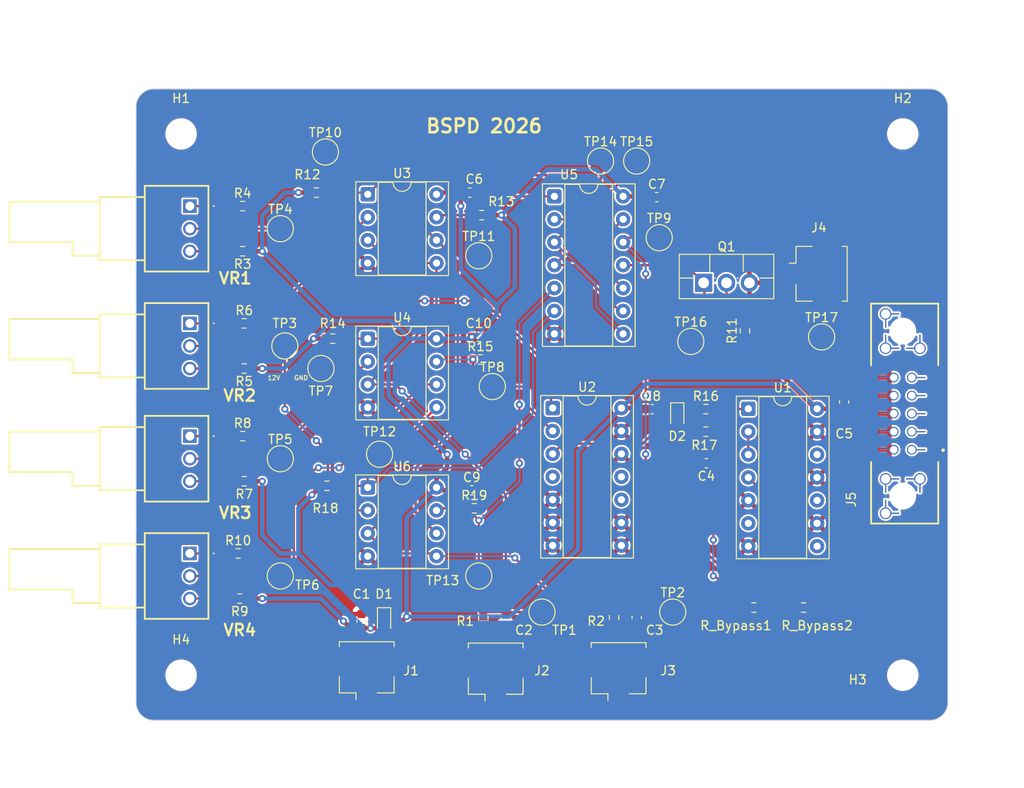
<source format=kicad_pcb>
(kicad_pcb (version 20241229) (generator "pcbnew") (generator_version "9.0")
  (layers (0 "F.Cu" jumper) (2 "B.Cu" signal) (13 "F.Paste" user) (15 "B.Paste" user) (5 "F.SilkS" user "F.Silkscreen") (7 "B.SilkS" user "B.Silkscreen") (1 "F.Mask" user) (3 "B.Mask" user) (25 "Edge.Cuts" user))
  (net 0 "")
  (net 1 "PEDAL")
  (net 2 "GND")
  (net 3 "Net-(C4-Pad1)")
  (net 4 "Net-(D2-A)")
  (net 5 "Net-(D2-K)")
  (net 6 "Net-(J2-Pin_1)")
  (net 7 "Net-(J3-Pin_1)")
  (net 8 "BSPD_FAULT")
  (net 9 "FAULT_SENSED")
  (net 10 "+12V")
  (net 11 "BRAKE")
  (net 12 "Net-(VR1-CW)")
  (net 13 "Net-(VR1-CCW)")
  (net 14 "Net-(VR2-CW)")
  (net 15 "Net-(VR2-CCW)")
  (net 16 "Net-(VR3-CW)")
  (net 17 "Net-(VR3-CCW)")
  (net 18 "Net-(VR4-CW)")
  (net 19 "Net-(VR4-CCW)")
  (net 20 "BRAKE_SHORT")
  (net 21 "BRAKE_OPEN")
  (net 22 "BRAKE_APPLIED")
  (net 23 "PEDAL_APPLIED")
  (net 24 "PEDAL_SHORT")
  (net 25 "PEDAL_OPEN")
  (net 26 "BOTH_ON")
  (net 27 "SHORT_CIRCUIT")
  (net 28 "OPEN_CIRCUIT")
  (net 29 "BRAKE_THRESHOLD")
  (net 30 "PEDAL_THRESHOLD")
  (net 31 "BRAKE_ERROR")
  (net 32 "PEDAL_ERROR")
  (net 37 "Net-(U1-Pad2)")
  (net 41 "Net-(U5-Pad10)")
  (net 42 "Net-(R_Bypass2-Pad2)")
  (footprint "Package_DIP:DIP-8_W7.62mm_Socket" (layer "F.Cu") (at 153.69 69.69)
    (property "Reference" "U4")
    (property "Value" "LM393")
  )
  (footprint "TestPoint:TestPoint_Pad_D2.5mm" (layer "F.Cu") (at 149 49)
    (property "Reference" "TP10")
    (property "Value" "B_SHORT")
  )
  (footprint "TestPoint:TestPoint_Pad_D2.5mm" (layer "F.Cu") (at 173 100)
    (property "Reference" "TP1")
    (property "Value" "BRAKE")
  )
  (footprint "Resistor_SMD:R_0603_1608Metric" (layer "F.Cu") (at 148 53.5 180)
    (property "Reference" "R12")
    (property "Value" "20k")
  )
  (footprint "Capacitor_SMD:C_0603_1608Metric" (layer "F.Cu") (at 185.725 54)
    (property "Reference" "C7")
    (property "Value" "0.1u")
  )
  (footprint "Capacitor_SMD:C_0603_1608Metric" (layer "F.Cu") (at 165.225 86.5)
    (property "Reference" "C9")
    (property "Value" "0.1u")
  )
  (footprint "MountingHole:MountingHole_3mm" (layer "F.Cu") (at 133 107)
    (property "Reference" "H4")
    (property "Value" "MH")
  )
  (footprint "TestPoint:TestPoint_Pad_D2.5mm" (layer "F.Cu") (at 183.5 50)
    (property "Reference" "TP15")
    (property "Value" "P_ERROR")
  )
  (footprint "Diode_SMD:D_0603_1608Metric" (layer "F.Cu") (at 155.5 101 -90)
    (property "Reference" "D1")
    (property "Value" "D")
  )
  (footprint "Resistor_SMD:R_0603_1608Metric" (layer "F.Cu") (at 181 100.6 -90)
    (property "Reference" "R2")
    (property "Value" "1k")
  )
  (footprint "Resistor_SMD:R_0603_1608Metric" (layer "F.Cu") (at 166.175 72)
    (property "Reference" "R15")
    (property "Value" "20k")
  )
  (footprint "MountingHole:MountingHole_3mm" (layer "F.Cu") (at 213 107)
    (property "Reference" "H3")
    (property "Value" "MH")
  )
  (footprint "Capacitor_SMD:C_0603_1608Metric" (layer "F.Cu") (at 191.225 83.5 180)
    (property "Reference" "C4")
    (property "Value" "3.3u")
  )
  (footprint "Capacitor_SMD:C_0603_1608Metric" (layer "F.Cu") (at 169 100.775 -90)
    (property "Reference" "C2")
    (property "Value" "1n")
  )
  (footprint "Package_DIP:DIP-8_W7.62mm_Socket" (layer "F.Cu") (at 153.69 86.19)
    (property "Reference" "U6")
    (property "Value" "LM393")
  )
  (footprint "Potentiometer_THT:PTD9011015FB203" (layer "F.Cu") (at 133.975 93.5 180)
    (property "Reference" "VR4")
    (property "Value" "PTD901-1015F-B203" (hide yes))
  )
  (footprint "TestPoint:TestPoint_Pad_D2.5mm" (layer "F.Cu") (at 144 57.5)
    (property "Reference" "TP4")
    (property "Value" "OC")
  )
  (footprint "TestPoint:TestPoint_Pad_D2.5mm" (layer "F.Cu") (at 166 60.5)
    (property "Reference" "TP11")
    (property "Value" "B_OPEN")
  )
  (footprint "Capacitor_SMD:C_0603_1608Metric" (layer "F.Cu") (at 166 69.5)
    (property "Reference" "C10")
    (property "Value" "0.1u")
  )
  (footprint "TestPoint:TestPoint_Pad_D2.5mm" (layer "F.Cu") (at 179.5 50)
    (property "Reference" "TP14")
    (property "Value" "B_ERROR")
  )
  (footprint "Connector_Molex:Molex_CLIK-Mate_502382-0270_1x02-1MP_P1.25mm_Vertical" (layer "F.Cu") (at 203.225001 62.5 -90)
    (property "Reference" "J4")
    (property "Value" "Conn_01x02")
  )
  (footprint "MountingHole:MountingHole_3mm" (layer "F.Cu") (at 133 47)
    (property "Reference" "H1")
    (property "Value" "MH")
  )
  (footprint "TestPoint:TestPoint_Pad_D2.5mm" (layer "F.Cu") (at 186 58.5)
    (property "Reference" "TP9")
    (property "Value" "BOTH_ON")
  )
  (footprint "TestPoint:TestPoint_Pad_D2.5mm" (layer "F.Cu") (at 204 69.5)
    (property "Reference" "TP17")
    (property "Value" "BSPD_FAULT")
  )
  (footprint "TestPoint:TestPoint_Pad_D2.5mm" (layer "F.Cu") (at 189.5 70)
    (property "Reference" "TP16")
    (property "Value" "FAULT_SENSED")
  )
  (footprint "Resistor_SMD:R_0603_1608Metric" (layer "F.Cu") (at 149.81 69.69 180)
    (property "Reference" "R14")
    (property "Value" "20k")
  )
  (footprint "Connector_Molex:Molex_CLIK-Mate_502382-0270_1x02-1MP_P1.25mm_Vertical" (layer "F.Cu") (at 153.575 106.9)
    (property "Reference" "J1")
    (property "Value" "Conn_01x02")
  )
  (footprint "TestPoint:TestPoint_Pad_D2.5mm" (layer "F.Cu") (at 144 96)
    (property "Reference" "TP6")
    (property "Value" "PEDAL_TH")
  )
  (footprint "TestPoint:TestPoint_Pad_D2.5mm" (layer "F.Cu") (at 166 96)
    (property "Reference" "TP13")
    (property "Value" "P_OPEN")
  )
  (footprint "Resistor_SMD:R_0603_1608Metric" (layer "F.Cu") (at 195.5 68.825 90)
    (property "Reference" "R11")
    (property "Value" "10k")
  )
  (footprint "TestPoint:TestPoint_Pad_D2.5mm" (layer "F.Cu") (at 148.5 73)
    (property "Reference" "TP7")
    (property "Value" "B_APPLIED")
  )
  (footprint "Resistor_SMD:R_0603_1608Metric" (layer "F.Cu") (at 191.175 77.5)
    (property "Reference" "R16")
    (property "Value" "120k")
  )
  (footprint "Resistor_SMD:R_0603_1608Metric" (layer "F.Cu") (at 139.825 80.5)
    (property "Reference" "R8")
    (property "Value" "10K")
  )
  (footprint "Package_DIP:DIP-14_W7.62mm_Socket" (layer "F.Cu") (at 174.19 77.385)
    (property "Reference" "U2")
    (property "Value" "4081 AND Gate")
  )
  (footprint "MountingHole:MountingHole_3mm" (layer "F.Cu") (at 213 47)
    (property "Reference" "H2")
    (property "Value" "MH")
  )
  (footprint "Connector_Molex:Molex_CLIK-Mate_502382-0270_1x02-1MP_P1.25mm_Vertical" (layer "F.Cu") (at 167.875 107.05)
    (property "Reference" "J2")
    (property "Value" "Conn_01x02")
  )
  (footprint "TestPoint:TestPoint_Pad_D2.5mm" (layer "F.Cu") (at 144 83)
    (property "Reference" "TP5")
    (property "Value" "BRAKE_TH")
  )
  (footprint "Potentiometer_THT:PTD9011015FB203" (layer "F.Cu") (at 133.975 80.5 180)
    (property "Reference" "VR3")
    (property "Value" "PTD901-1015F-B203" (hide yes))
  )
  (footprint "Potentiometer_THT:PTD9011015FB203" (layer "F.Cu") (at 133.975 55 180)
    (property "Reference" "VR1")
    (property "Value" "PTD901-1015F-B203" (hide yes))
  )
  (footprint "Resistor_SMD:R_0603_1608Metric" (layer "F.Cu") (at 196.5 99.5)
    (property "Reference" "R_Bypass1")
    (property "Value" "0")
  )
  (footprint "Package_DIP:DIP-14_W7.62mm_Socket" (layer "F.Cu") (at 195.88 77.46)
    (property "Reference" "U1")
    (property "Value" "40106")
  )
  (footprint "Capacitor_SMD:C_0603_1608Metric" (layer "F.Cu") (at 185.225 77.5)
    (property "Reference" "C8")
    (property "Value" "0.1u")
  )
  (footprint "Resistor_SMD:R_0603_1608Metric" (layer "F.Cu") (at 165.5 88.5)
    (property "Reference" "R19")
    (property "Value" "20k")
  )
  (footprint "Resistor_SMD:R_0603_1608Metric" (layer "F.Cu") (at 191.175 80)
    (property "Reference" "R17")
    (property "Value" "1k")
  )
  (footprint "Potentiometer_THT:PTD9011015FB203" (layer "F.Cu") (at 133.975 68 180)
    (property "Reference" "VR2")
    (property "Value" "PTD901-1015F-B203" (hide yes))
  )
  (footprint "Resistor_SMD:R_0603_1608Metric" (layer "F.Cu") (at 140 68)
    (property "Reference" "R6")
    (property "Value" "10K")
  )
  (footprint "Connector_Molex:Molex_CLIK-Mate_502382-0270_1x02-1MP_P1.25mm_Vertical" (layer "F.Cu") (at 181.5 107)
    (property "Reference" "J3")
    (property "Value" "Conn_01x02")
  )
  (footprint "Resistor_SMD:R_0603_1608Metric" (layer "F.Cu") (at 139.5 98.5 180)
    (property "Reference" "R9")
    (property "Value" "10K")
  )
  (footprint "Capacitor_SMD:C_0603_1608Metric" (layer "F.Cu") (at 153 101 90)
    (property "Reference" "C1")
    (property "Value" "10u")
  )
  (footprint "T2M_105:SAMTEC_T2M-105-01-X-D-TH-DS" (layer "F.Cu") (at 213 78 90)
    (property "Reference" "J5")
    (property "Value" "T2M-105-01-X-D-TH-DS")
  )
  (footprint "Resistor_SMD:R_0603_1608Metric" (layer "F.Cu") (at 139.325 93.5)
    (property "Reference" "R10")
    (property "Value" "10K")
  )
  (footprint "Resistor_SMD:R_0603_1608Metric" (layer "F.Cu") (at 202 99.5)
    (property "Reference" "R_Bypass2")
    (property "Value" "0")
  )
  (footprint "Package_TO_SOT_THT:TO-220F-3_Vertical" (layer "F.Cu") (at 190.92 63.5)
    (property "Reference" "Q1")
    (property "Value" "IRLIZ44N NMOS")
  )
  (footprint "Resistor_SMD:R_0603_1608Metric" (layer "F.Cu") (at 140 73 180)
    (property "Reference" "R5")
    (property "Value" "10K")
  )
  (footprint "TestPoint:TestPoint_Pad_D2.5mm" (layer "F.Cu") (at 187.5 100)
    (property "Reference" "TP2")
    (property "Value" "PEDAL")
  )
  (footprint "Resistor_SMD:R_0603_1608Metric" (layer "F.Cu") (at 166.325 56)
    (property "Reference" "R13")
    (property "Value" "20k")
  )
  (footprint "Package_DIP:DIP-8_W7.62mm_Socket" (layer "F.Cu") (at 153.69 53.69)
    (property "Reference" "U3")
    (property "Value" "LM393")
  )
  (footprint "Diode_SMD:D_0603_1608Metric" (layer "F.Cu") (at 188 78.2875 -90)
    (property "Reference" "D2")
    (property "Value" "D")
  )
  (footprint "Package_DIP:DIP-14_W7.62mm_Socket" (layer "F.Cu") (at 174.38 53.92)
    (property "Reference" "U5")
    (property "Value" "4071 4 Channel 2 Input OR gate")
  )
  (footprint "Resistor_SMD:R_0603_1608Metric" (layer "F.Cu") (at 139.825 60 180)
    (property "Reference" "R3")
    (property "Value" "10K")
  )
  (footprint "Resistor_SMD:R_0603_1608Metric" (layer "F.Cu") (at 166.5 100.675 -90)
    (property "Reference" "R1")
    (property "Value" "1k")
  )
  (footprint "TestPoint:TestPoint_Pad_D2.5mm" (layer "F.Cu") (at 144.5 70.5)
    (property "Reference" "TP3")
    (property "Value" "SC")
  )
  (footprint "TestPoint:TestPoint_Pad_D2.5mm" (layer "F.Cu") (at 167.5 75)
    (property "Reference" "TP8")
    (property "Value" "P_APPLIED")
  )
  (footprint "Resistor_SMD:R_0603_1608Metric" (layer "F.Cu") (at 149.175 86 180)
    (property "Reference" "R18")
    (property "Value" "20k")
  )
  (footprint "Capacitor_SMD:C_0603_1608Metric" (layer "F.Cu") (at 183.5 100.6 -90)
    (property "Reference" "C3")
    (property "Value" "1n")
  )
  (footprint "Resistor_SMD:R_0603_1608Metric" (layer "F.Cu") (at 140 85.5 180)
    (property "Reference" "R7")
    (property "Value" "10K")
  )
  (footprint "Resistor_SMD:R_0603_1608Metric" (layer "F.Cu") (at 139.825 55)
    (property "Reference" "R4")
    (property "Value" "10K")
  )
  (footprint "TestPoint:TestPoint_Pad_D2.5mm" (layer "F.Cu") (at 155 82.5)
    (property "Reference" "TP12")
    (property "Value" "P_SHORT")
  )
  (footprint "Capacitor_SMD:C_0603_1608Metric" (layer "F.Cu") (at 206.5 76.725 90)
    (property "Reference" "C5")
    (property "Value" "0.1u")
  )
  (footprint "Capacitor_SMD:C_0603_1608Metric" (layer "F.Cu") (at 165 53.5)
    (property "Reference" "C6")
    (property "Value" "0.1u")
  )
  (gr_line (start 128 110) (end 128 44) (stroke (width 0.1)) (layer "Edge.Cuts"))
  (gr_line (start 218 44) (end 218 110) (stroke (width 0.1)) (layer "Edge.Cuts"))
  (gr_arc (start 130 112) (mid 128.585786 111.414214) (end 128 110) (stroke (width 0.1)) (layer "Edge.Cuts"))
  (gr_arc (start 216 42) (mid 217.414214 42.585786) (end 218 44) (stroke (width 0.1)) (layer "Edge.Cuts"))
  (gr_arc (start 128 44) (mid 128.585786 42.585786) (end 130 42) (stroke (width 0.1)) (layer "Edge.Cuts"))
  (gr_arc (start 218 110) (mid 217.414214 111.414214) (end 216 112) (stroke (width 0.1)) (layer "Edge.Cuts"))
  (gr_line (start 216 112) (end 130 112) (stroke (width 0.1)) (layer "Edge.Cuts"))
  (gr_line (start 130 42) (end 216 42) (stroke (width 0.1)) (layer "Edge.Cuts"))
  (gr_text "BSPD 2026" (at 160 47 0) (layer "F.SilkS") (effects (font (size 1.5 1.5) (thickness 0.3) (bold yes)) (justify left bottom)))
  (gr_text "GND" (at 145.47 74.33 0) (layer "F.SilkS") (effects (font (size 0.5 0.5) (thickness 0.1) (bold yes)) (justify left bottom)))
  (gr_text "12V" (at 142.54 74.33 0) (layer "F.SilkS") (effects (font (size 0.5 0.5) (thickness 0.1) (bold yes)) (justify left bottom)))
  (segment (start 155.92 93.5) (end 161 93.5) (width 0.25) (layer "F.Cu") (net 1))
  (segment (start 157.12 81.5) (end 157.12 87.88) (width 0.25) (layer "F.Cu") (net 1))
  (segment (start 161 93.5) (end 161.31 93.81) (width 0.25) (layer "F.Cu") (net 1))
  (segment (start 157.12 87.88) (end 153.69 91.31) (width 0.25) (layer "F.Cu") (net 1))
  (segment (start 175.775 99.775) (end 170 94) (width 0.25) (layer "F.Cu") (net 1))
  (segment (start 161.31 77.31) (end 157.12 81.5) (width 0.25) (layer "F.Cu") (net 1))
  (segment (start 181.05 99.825) (end 181 99.775) (width 0.25) (layer "F.Cu") (net 1))
  (segment (start 183.675 100) (end 183.5 99.825) (width 0.25) (layer "F.Cu") (net 1))
  (segment (start 153.69 91.31) (end 153.69 91.27) (width 0.25) (layer "F.Cu") (net 1))
  (segment (start 187.5 100) (end 183.675 100) (width 0.25) (layer "F.Cu") (net 1))
  (segment (start 153.69 91.27) (end 155.92 93.5) (width 0.25) (layer "F.Cu") (net 1))
  (segment (start 183.5 99.825) (end 181.05 99.825) (width 0.25) (layer "F.Cu") (net 1))
  (segment (start 181 99.775) (end 175.775 99.775) (width 0.25) (layer "F.Cu") (net 1))
  (via (at 170 94) (size 0.8) (drill 0.4) (layers "F.Cu" "B.Cu") (net 1))
  (segment (start 169.81 93.81) (end 161.31 93.81) (width 0.25) (layer "B.Cu") (net 1))
  (segment (start 170 94) (end 169.81 93.81) (width 0.25) (layer "B.Cu") (net 1))
  (segment (start 192 92) (end 192 82.5) (width 0.25) (layer "F.Cu") (net 3))
  (segment (start 192.175 96) (end 192 96) (width 0.25) (layer "F.Cu") (net 3))
  (segment (start 195.84 77.5) (end 195.88 77.46) (width 0.25) (layer "F.Cu") (net 3))
  (segment (start 192 80) (end 192 77.5) (width 0.25) (layer "F.Cu") (net 3))
  (segment (start 192 77.5) (end 195.84 77.5) (width 0.25) (layer "F.Cu") (net 3))
  (segment (start 192 92) (end 192 92.15) (width 0.25) (layer "F.Cu") (net 3))
  (segment (start 192 80) (end 192 82.5) (width 0.25) (layer "F.Cu") (net 3))
  (segment (start 195.675 99.5) (end 192.175 96) (width 0.25) (layer "F.Cu") (net 3))
  (via (at 192 96) (size 0.8) (drill 0.4) (layers "F.Cu" "B.Cu") (net 3))
  (via (at 192 92) (size 0.8) (drill 0.4) (layers "F.Cu" "B.Cu") (net 3))
  (segment (start 192 96) (end 192 92) (width 0.25) (layer "B.Cu") (net 3))
  (segment (start 188 79.075) (end 188.075 79.075) (width 0.25) (layer "F.Cu") (net 4))
  (segment (start 188.075 79.075) (end 189 80) (width 0.25) (layer "F.Cu") (net 4))
  (segment (start 189 80) (end 190.35 80) (width 0.25) (layer "F.Cu") (net 4))
  (segment (start 184.161 81.339) (end 188 77.5) (width 0.25) (layer "F.Cu") (net 5))
  (segment (start 175.316 81.339) (end 184.161 81.339) (width 0.25) (layer "F.Cu") (net 5))
  (segment (start 190.35 77.5) (end 188 77.5) (width 0.25) (layer "F.Cu") (net 5))
  (segment (start 174.19 82.465) (end 175.316 81.339) (width 0.25) (layer "F.Cu") (net 5))
  (segment (start 166.5 101.5) (end 166.5 104) (width 0.25) (layer "F.Cu") (net 6))
  (segment (start 166.5 104) (end 167.25 104.75) (width 0.25) (layer "F.Cu") (net 6))
  (segment (start 167.25 104.75) (end 167.25 109) (width 0.25) (layer "F.Cu") (net 6))
  (segment (start 181 101.425) (end 181 101.5) (width 0.25) (layer "F.Cu") (net 7))
  (segment (start 180.875 101.625) (end 180.875 108.95) (width 0.25) (layer "F.Cu") (net 7))
  (segment (start 181 101.5) (end 180.875 101.625) (width 0.25) (layer "F.Cu") (net 7))
  (segment (start 198.5 69.5) (end 197 68) (width 0.25) (layer "F.Cu") (net 8))
  (segment (start 201.275001 61.875) (end 201.125 61.875) (width 0.25) (layer "F.Cu") (net 8))
  (segment (start 193.46 63.5) (end 193.46 65.96) (width 0.25) (layer "F.Cu") (net 8))
  (segment (start 193.46 63.5) (end 193.46 63.96) (width 0.25) (layer "F.Cu") (net 8))
  (segment (start 193.46 65.96) (end 195.5 68) (width 0.25) (layer "F.Cu") (net 8))
  (segment (start 204 69.5) (end 198.5 69.5) (width 0.25) (layer "F.Cu") (net 8))
  (segment (start 201.125 61.875) (end 201 62) (width 0.25) (layer "F.Cu") (net 8))
  (segment (start 193.46 63.96) (end 193.5 64) (width 0.25) (layer "F.Cu") (net 8))
  (segment (start 197 68) (end 199.25 65.75) (width 0.25) (layer "F.Cu") (net 8))
  (segment (start 195.5 68) (end 197 68) (width 0.25) (layer "F.Cu") (net 8))
  (segment (start 200.425002 61.875) (end 201.275001 61.875) (width 0.25) (layer "F.Cu") (net 8))
  (segment (start 199.25 65.75) (end 199.25 63.050002) (width 0.25) (layer "F.Cu") (net 8))
  (segment (start 199.25 63.050002) (end 200.425002 61.875) (width 0.25) (layer "F.Cu") (net 8))
  (segment (start 182 61.54) (end 188.96 61.54) (width 0.25) (layer "F.Cu") (net 9))
  (segment (start 191 64) (end 191 68.5) (width 0.25) (layer "F.Cu") (net 9))
  (segment (start 189.5 70) (end 189.5 70.5) (width 0.25) (layer "F.Cu") (net 9))
  (segment (start 190.92 63.92) (end 191 64) (width 0.25) (layer "F.Cu") (net 9))
  (segment (start 190.92 63.5) (end 190.92 63.92) (width 0.25) (layer "F.Cu") (net 9))
  (segment (start 191 68.5) (end 189.5 70) (width 0.25) (layer "F.Cu") (net 9))
  (segment (start 188.96 61.54) (end 190.92 63.5) (width 0.25) (layer "F.Cu") (net 9))
  (segment (start 184.385 77.385) (end 181.81 77.385) (width 0.5) (layer "F.Cu") (net 10))
  (segment (start 155.5 101.7875) (end 154 101.7875) (width 0.5) (layer "F.Cu") (net 10))
  (segment (start 161.31 86.19) (end 161.31 85.186837) (width 0.5) (layer "F.Cu") (net 10))
  (segment (start 148.35 86.15) (end 147.5 87) (width 0.5) (layer "F.Cu") (net 10))
  (segment (start 140.5 60) (end 142 60) (width 0.5) (layer "F.Cu") (net 10))
  (segment (start 164.225 53.5) (end 161.5 53.5) (width 0.5) (layer "F.Cu") (net 10))
  (segment (start 161.62 86.5) (end 161.31 86.19) (width 0.5) (layer "F.Cu") (net 10))
  (segment (start 153 108.8) (end 152.95 108.85) (width 0.5) (layer "F.Cu") (net 10))
  (segment (start 184.87 53.92) (end 184.95 54) (width 0.5) (layer "F.Cu") (net 10))
  (segment (start 148.35 86) (end 148.35 86.15) (width 0.5) (layer "F.Cu") (net 10))
  (segment (start 140.325 98.5) (end 142 98.5) (width 0.5) (layer "F.Cu") (net 10))
  (segment (start 206.5 77.275) (end 206.5 77.46) (width 0.5) (layer "F.Cu") (net 10))
  (segment (start 140.325 98.5) (end 140.5 98.5) (width 0.5) (layer "F.Cu") (net 10))
  (segment (start 203.54 77.5) (end 203.5 77.46) (width 0.5) (layer "F.Cu") (net 10))
  (segment (start 167 71.275) (end 165.225 69.5) (width 0.5) (layer "F.Cu") (net 10))
  (segment (start 164 53.725) (end 164.225 53.5) (width 0.5) (layer "F.Cu") (net 10))
  (segment (start 182 53.92) (end 184.87 53.92) (width 0.5) (layer "F.Cu") (net 10))
  (segment (start 140.825 73) (end 142 73) (width 0.5) (layer "F.Cu") (net 10))
  (segment (start 167.15 56) (end 168.5 56) (width 0.5) (layer "F.Cu") (net 10))
  (segment (start 148.985 69.69) (end 147.69 69.69) (width 0.5) (layer "F.Cu") (net 10))
  (segment (start 164.45 86.5) (end 161.62 86.5) (width 0.5) (layer "F.Cu") (net 10))
  (segment (start 153 101.775) (end 153.0125 101.7875) (width 0.5) (layer "F.Cu") (net 10))
  (segment (start 154 101.7875) (end 153.0125 101.7875) (width 0.5) (layer "F.Cu") (net 10))
  (segment (start 140.65 60) (end 140.5 60) (width 0.5) (layer "F.Cu") (net 10))
  (segment (start 166.325 88.375) (end 164.45 86.5) (width 0.5) (layer "F.Cu") (net 10))
  (segment (start 184.5 77.5) (end 184.385 77.385) (width 0.5) (layer "F.Cu") (net 10))
  (segment (start 195.5 69.65) (end 203.31 77.46) (width 0.5) (layer "F.Cu") (net 10))
  (segment (start 206.5 77.46) (end 203.5 77.46) (width 0.5) (layer "F.Cu") (net 10))
  (segment (start 153 101.775) (end 153 108.8) (width 0.5) (layer "F.Cu") (net 10))
  (segment (start 151 101) (end 151.775 101.775) (width 0.5) (layer "F.Cu") (net 10))
  (segment (start 184.45 77.5) (end 184.5 77.5) (width 0.5) (layer "F.Cu") (net 10))
  (segment (start 166.325 88.5) (end 166.325 88.375) (width 0.5) (layer "F.Cu") (net 10))
  (segment (start 167 72) (end 167 71.275) (width 0.5) (layer "F.Cu") (net 10))
  (segment (start 151.775 101.775) (end 153 101.775) (width 0.5) (layer "F.Cu") (net 10))
  (segment (start 156.7125 101.7875) (end 155.5 101.7875) (width 0.5) (layer "F.Cu") (net 10))
  (segment (start 140.825 85.5) (end 142 85.5) (width 0.5) (layer "F.Cu") (net 10))
  (segment (start 161.31 85.186837) (end 162.496837 84) (width 0.5) (layer "F.Cu") (net 10))
  (segment (start 161.5 53.5) (end 161.31 53.69) (width 0.5) (layer "F.Cu") (net 10))
  (segment (start 206.5 77.5) (end 206.5 77.275) (width 0.5) (layer "F.Cu") (net 10))
  (segment (start 147.175 53.5) (end 146 53.5) (width 0.5) (layer "F.Cu") (net 10))
  (segment (start 162.496837 82.515817) (end 162.496837 84) (width 0.5) (layer "F.Cu") (net 10))
  (segment (start 203.31 77.46) (end 203.5 77.46) (width 0.5) (layer "F.Cu") (net 10))
  (segment (start 158 100.5) (end 156.7125 101.7875) (width 0.5) (layer "F.Cu") (net 10))
  (segment (start 164 55) (end 164 53.725) (width 0.5) (layer "F.Cu") (net 10))
  (via (at 165.225 69.5) (size 0.8) (drill 0.4) (layers "F.Cu" "B.Cu") (net 10))
  (via (at 154 101.7875) (size 0.8) (drill 0.4) (layers "F.Cu" "B.Cu") (net 10))
  (via (at 146 53.5) (size 0.8) (drill 0.4) (layers "F.Cu" "B.Cu") (net 10))
  (via (at 142 85.5) (size 0.8) (drill 0.4) (layers "F.Cu" "B.Cu") (net 10))
  (via (at 168.5 56) (size 0.8) (drill 0.4) (layers "F.Cu" "B.Cu") (net 10))
  (via (at 142 98.5) (size 0.8) (drill 0.4) (layers "F.Cu" "B.Cu") (net 10))
  (via (at 147.69 69.69) (size 0.8) (drill 0.4) (layers "F.Cu" "B.Cu") (net 10))
  (via (at 142 60) (size 0.8) (drill 0.4) (layers "F.Cu" "B.Cu") (net 10))
  (via (at 151 101) (size 0.8) (drill 0.4) (layers "F.Cu" "B.Cu") (net 10))
  (via (at 147.5 87) (size 0.8) (drill 0.4) (layers "F.Cu" "B.Cu") (net 10))
  (via (at 162.496837 82.515817) (size 0.8) (drill 0.4) (layers "F.Cu" "B.Cu") (net 10))
  (via (at 142 73) (size 0.8) (drill 0.4) (layers "F.Cu" "B.Cu") (net 10))
  (via (at 158 100.5) (size 0.8) (drill 0.4) (layers "F.Cu" "B.Cu") (net 10))
  (via (at 164 55) (size 0.8) (drill 0.4) (layers "F.Cu" "B.Cu") (net 10))
  (segment (start 148.5 98.5) (end 142 98.5) (width 0.5) (layer "B.Cu") (net 10))
  (segment (start 181.81 77.385) (end 177 82.195) (width 0.5) (layer "B.Cu") (net 10))
  (segment (start 165.225 69.5) (end 165.5 69.5) (width 0.5) (layer "B.Cu") (net 10))
  (segment (start 142 56) (end 142 60) (width 0.5) (layer "B.Cu") (net 10))
  (segment (start 161.5 69.5) (end 161.31 69.69) (width 0.5) (layer "B.Cu") (net 10))
  (segment (start 165.5 69.5) (end 168 67) (width 0.5) (layer "B.Cu") (net 10))
  (segment (start 162 70) (end 161.69 69.69) (width 0.5) (layer "B.Cu") (net 10))
  (segment (start 203.5 77.46) (end 200.726614 74.686614) (width 0.5) (layer "B.Cu") (net 10))
  (segment (start 146 93.5) (end 149.5 97) (width 0.5) (layer "B.Cu") (net 10))
  (segment (start 149.5 97) (end 152 97) (width 0.5) (layer "B.Cu") (net 10))
  (segment (start 142 60) (end 149.726 67.726) (width 0.5) (layer "B.Cu") (net 10))
  (segment (start 179 50.92) (end 173.58 50.92) (width 0.5) (layer "B.Cu") (net 10))
  (segment (start 182 53.92) (end 179 50.92) (width 0.5) (layer "B.Cu") (net 10))
  (segment (start 161.31 69.69) (end 165.035 69.69) (width 0.5) (layer "B.Cu") (net 10))
  (segment (start 158.31 69.69) (end 156 72) (width 0.5) (layer "B.Cu") (net 10))
  (segment (start 173.58 50.92) (end 168.5 56) (width 0.5) (layer "B.Cu") (net 10))
  (segment (start 165.035 69.69) (end 165.225 69.5) (width 0.5) (layer "B.Cu") (net 10))
  (segment (start 156.346 67.726) (end 149.726 67.726) (width 0.5) (layer "B.Cu") (net 10))
  (segment (start 200.726614 74.686614) (end 184.508386 74.686614) (width 0.5) (layer "B.Cu") (net 10))
  (segment (start 147.762 69.69) (end 149.726 67.726) (width 0.5) (layer "B.Cu") (net 10))
  (segment (start 177 82.195) (end 177 93) (width 0.5) (layer "B.Cu") (net 10))
  (segment (start 154 99) (end 154 101.7875) (width 0.5) (layer "B.Cu") (net 10))
  (segment (start 161.31 86.19) (end 161.31 85.69) (width 0.5) (layer "B.Cu") (net 10))
  (segment (start 158.31 69.69) (end 156.346 67.726) (width 0.5) (layer "B.Cu") (net 10))
  (segment (start 158 100.5) (end 158 89.5) (width 0.5) (layer "B.Cu") (net 10))
  (segment (start 170 57.5) (end 170 64) (width 0.5) (layer "B.Cu") (net 10))
  (segment (start 151 101) (end 148.5 98.5) (width 0.5) (layer "B.Cu") (net 10))
  (segment (start 168 67) (end 168 66) (width 0.5) (layer "B.Cu") (net 10))
  (segment (start 152 97) (end 154 99) (width 0.5) (layer "B.Cu") (net 10))
  (segment (start 156 76.01898) (end 162.496837 82.515817) (width 0.5) (layer "B.Cu") (net 10))
  (segment (start 161.31 69.69) (end 158.31 69.69) (width 0.5) (layer "B.Cu") (net 10))
  (segment (start 146 88.5) (end 147.5 87) (width 0.5) (layer "B.Cu") (net 10))
  (segment (start 144.5 53.5) (end 142 56) (width 0.5) (layer "B.Cu") (net 10))
  (segment (start 161.31 69.69) (end 161.69 69.69) (width 0.5) (layer "B.Cu") (net 10))
  (segment (start 146 93.5) (end 146 88.5) (width 0.5) (layer "B.Cu") (net 10))
  (segment (start 170 64) (end 168 66) (width 0.5) (layer "B.Cu") (net 10))
  (segment (start 146 53.5) (end 144.5 53.5) (width 0.5) (layer "B.Cu") (net 10))
  (segment (start 156 72) (end 156 76.01898) (width 0.5) (layer "B.Cu") (net 10))
  (segment (start 144 93.5) (end 142 91.5) (width 0.5) (layer "B.Cu") (net 10))
  (segment (start 147.69 69.69) (end 147.762 69.69) (width 0.5) (layer "B.Cu") (net 10))
  (segment (start 164 62) (end 164 55) (width 0.5) (layer "B.Cu") (net 10))
  (segment (start 142 91.5) (end 142 85.5) (width 0.5) (layer "B.Cu") (net 10))
  (segment (start 169.5 100.5) (end 158 100.5) (width 0.5) (layer "B.Cu") (net 10))
  (segment (start 144.38 73) (end 147.69 69.69) (width 0.5) (layer "B.Cu") (net 10))
  (segment (start 142 73) (end 144.38 73) (width 0.5) (layer "B.Cu") (net 10))
  (segment (start 168 66) (end 164 62) (width 0.5) (layer "B.Cu") (net 10))
  (segment (start 168.5 56) (end 170 57.5) (width 0.5) (layer "B.Cu") (net 10))
  (segment (start 184.508386 74.686614) (end 181.81 77.385) (width 0.5) (layer "B.Cu") (net 10))
  (segment (start 177 93) (end 169.5 100.5) (width 0.5) (layer "B.Cu") (net 10))
  (segment (start 158 89.5) (end 161.31 86.19) (width 0.5) (layer "B.Cu") (net 10))
  (segment (start 146 93.5) (end 144 93.5) (width 0.5) (layer "B.Cu") (net 10))
  (segment (start 169 100) (end 173 100) (width 0.25) (layer "F.Cu") (net 11))
  (segment (start 156.77 74.77) (end 153.69 74.77) (width 0.25) (layer "F.Cu") (net 11))
  (segment (start 161.31 67.15) (end 161.31 61.31) (width 0.25) (layer "F.Cu") (net 11))
  (segment (start 169 87) (end 169 100) (width 0.25) (layer "F.Cu") (net 11))
  (segment (start 156.23 61.31) (end 153.69 58.77) (width 0.25) (layer "F.Cu") (net 11))
  (segment (start 161.31 61.31) (end 156.23 61.31) (width 0.25) (layer "F.Cu") (net 11))
  (segment (start 166.65 100) (end 166.5 99.85) (width 0.25) (layer "F.Cu") (net 11))
  (segment (start 153.69 74.77) (end 161.31 67.15) (width 0.25) (layer "F.Cu") (net 11))
  (segment (start 169 100) (end 166.65 100) (width 0.25) (layer "F.Cu") (net 11))
  (segment (start 157.5 75.5) (end 156.77 74.77) (width 0.25) (layer "F.Cu") (net 11))
  (segment (start 164.5 82.5) (end 169 87) (width 0.25) (layer "F.Cu") (net 11))
  (via (at 164.5 82.5) (size 0.8) (drill 0.4) (layers "F.Cu" "B.Cu") (net 11))
  (via (at 157.5 75.5) (size 0.8) (drill 0.4) (layers "F.Cu" "B.Cu") (net 11))
  (segment (start 157.5 75.5) (end 164.5 82.5) (width 0.25) (layer "B.Cu") (net 11))
  (segment (start 139 60) (end 133.975 60) (width 0.25) (layer "F.Cu") (net 12))
  (segment (start 139 55) (end 133.975 55) (width 0.25) (layer "F.Cu") (net 13))
  (segment (start 139.175 73) (end 133.975 73) (width 0.25) (layer "F.Cu") (net 14))
  (segment (start 139.175 68) (end 133.975 68) (width 0.25) (layer "F.Cu") (net 15))
  (segment (start 139.175 85.5) (end 133.975 85.5) (width 0.25) (layer "F.Cu") (net 16))
  (segment (start 139 80.5) (end 133.975 80.5) (width 0.25) (layer "F.Cu") (net 17))
  (segment (start 138.675 98.5) (end 133.975 98.5) (width 0.25) (layer "F.Cu") (net 18))
  (segment (start 138.5 93.5) (end 133.975 93.5) (width 0.25) (layer "F.Cu") (net 19))
  (segment (start 153.69 53.69) (end 155.804 51.576) (width 0.25) (layer "F.Cu") (net 20))
  (segment (start 174.38 56.46) (end 175.54 56.46) (width 0.25) (layer "F.Cu") (net 20))
  (segment (start 175.54 56.46) (end 177 55) (width 0.25) (layer "F.Cu") (net 20))
  (segment (start 155.804 51.576) (end 175.576 51.576) (width 0.25) (layer "F.Cu") (net 20))
  (segment (start 148.825 49.175) (end 149 49) (width 0.25) (layer "F.Cu") (net 20))
  (segment (start 153.5 53.5) (end 149 53.5) (width 0.25) (layer "F.Cu") (net 20))
  (segment (start 177 55) (end 177 53) (width 0.25) (layer "F.Cu") (net 20))
  (segment (start 149 53.5) (end 148.65 53.5) (width 0.25) (layer "F.Cu") (net 20))
  (segment (start 153.69 53.69) (end 153.5 53.5) (width 0.25) (layer "F.Cu") (net 20))
  (segment (start 177 53) (end 175.576 51.576) (width 0.25) (layer "F.Cu") (net 20))
  (segment (start 148.825 53.5) (end 149 53.5) (width 0.25) (layer "F.Cu") (net 20))
  (segment (start 153.69 53.69) (end 154 54) (width 0.25) (layer "F.Cu") (net 20))
  (segment (start 148.825 53.5) (end 148.825 49.175) (width 0.25) (layer "F.Cu") (net 20))
  (segment (start 161.31 56.23) (end 161.54 56) (width 0.25) (layer "F.Cu") (net 21))
  (segment (start 165.5 56) (end 167.58 53.92) (width 0.25) (layer "F.Cu") (net 21))
  (segment (start 161.54 56) (end 165.5 56) (width 0.25) (layer "F.Cu") (net 21))
  (segment (start 166 60.5) (end 166 56.5) (width 0.25) (layer "F.Cu") (net 21))
  (segment (start 167.58 53.92) (end 174.38 53.92) (width 0.25) (layer "F.Cu") (net 21))
  (segment (start 166 56.5) (end 165.5 56) (width 0.25) (layer "F.Cu") (net 21))
  (segment (start 150.635 70.865) (end 148.5 73) (width 0.25) (layer "F.Cu") (net 22))
  (segment (start 166.5 65.5) (end 174 73) (width 0.25) (layer "F.Cu") (net 22))
  (segment (start 159.5 65.5) (end 155.31 69.69) (width 0.25) (layer "F.Cu") (net 22))
  (segment (start 155.31 69.69) (end 153.69 69.69) (width 0.25) (layer "F.Cu") (net 22))
  (segment (start 160 65.5) (end 159.5 65.5) (width 0.25) (layer "F.Cu") (net 22))
  (segment (start 150.635 69.69) (end 153.69 69.69) (width 0.25) (layer "F.Cu") (net 22))
  (segment (start 174 77.5) (end 174.115 77.385) (width 0.25) (layer "F.Cu") (net 22))
  (segment (start 174 73) (end 174 77.5) (width 0.25) (layer "F.Cu") (net 22))
  (segment (start 150.635 69.69) (end 150.635 70.865) (width 0.25) (layer "F.Cu") (net 22))
  (segment (start 164.399 65.5) (end 166.5 65.5) (width 0.25) (layer "F.Cu") (net 22))
  (segment (start 174.115 77.385) (end 174.19 77.385) (width 0.25) (layer "F.Cu") (net 22))
  (via (at 164.399 65.5) (size 0.8) (drill 0.4) (layers "F.Cu" "B.Cu") (net 22))
  (via (at 160 65.5) (size 0.8) (drill 0.4) (layers "F.Cu" "B.Cu") (net 22))
  (segment (start 160 65.5) (end 164.399 65.5) (width 0.25) (layer "B.Cu") (net 22))
  (segment (start 167.5 75) (end 171 75) (width 0.25) (layer "F.Cu") (net 23))
  (segment (start 171 75) (end 171.5 75.5) (width 0.25) (layer "F.Cu") (net 23))
  (segment (start 165.35 72.85) (end 167.5 75) (width 0.25) (layer "F.Cu") (net 23))
  (segment (start 171.5 75.5) (end 171.5 77.235) (width 0.25) (layer "F.Cu") (net 23))
  (segment (start 171.5 77.235) (end 174.19 79.925) (width 0.25) (layer "F.Cu") (net 23))
  (segment (start 165.35 72) (end 165.35 72.85) (width 0.25) (layer "F.Cu") (net 23))
  (via (at 165.35 72) (size 0.8) (drill 0.4) (layers "F.Cu" "B.Cu") (net 23))
  (segment (start 161.54 72) (end 161.31 72.23) (width 0.25) (layer "B.Cu") (net 23))
  (segment (start 165.35 72) (end 161.54 72) (width 0.25) (layer "B.Cu") (net 23))
  (segment (start 150 86) (end 153.5 86) (width 0.25) (layer "F.Cu") (net 24))
  (segment (start 174.26 66.5) (end 174 66.5) (width 0.25) (layer "F.Cu") (net 24))
  (segment (start 153.69 84.81) (end 153.69 86.19) (width 0.25) (layer "F.Cu") (net 24))
  (segment (start 174.38 66.62) (end 174.26 66.5) (width 0.25) (layer "F.Cu") (net 24))
  (segment (start 155 82.5) (end 155 83.5) (width 0.25) (layer "F.Cu") (net 24))
  (segment (start 155 83.5) (end 153.69 84.81) (width 0.25) (layer "F.Cu") (net 24))
  (segment (start 153.5 86) (end 153.69 86.19) (width 0.25) (layer "F.Cu") (net 24))
  (segment (start 156.128 84) (end 166 84) (width 0.25) (layer "B.Cu") (net 24))
  (segment (start 172 78) (end 172 69) (width 0.25) (layer "B.Cu") (net 24))
  (segment (start 172 69) (end 174.38 66.62) (width 0.25) (layer "B.Cu") (net 24))
  (segment (start 153.69 86.19) (end 153.938 86.19) (width 0.25) (layer "B.Cu") (net 24))
  (segment (start 166 84) (end 172 78) (width 0.25) (layer "B.Cu") (net 24))
  (segment (start 153.938 86.19) (end 156.128 84) (width 0.25) (layer "B.Cu") (net 24))
  (segment (start 164.675 88.5) (end 161.54 88.5) (width 0.25) (layer "F.Cu") (net 25))
  (segment (start 166.5 96.5) (end 166 96.5) (width 0.25) (layer "F.Cu") (net 25))
  (segment (start 164.675 88.5) (end 166 89.825) (width 0.25) (layer "F.Cu") (net 25))
  (segment (start 166 89.825) (end 166 96) (width 0.25) (layer "F.Cu") (net 25))
  (segment (start 161.54 88.5) (end 161.31 88.73) (width 0.25) (layer "F.Cu") (net 25))
  (segment (start 170.5 83.5) (end 170.5 77) (width 0.25) (layer "F.Cu") (net 25))
  (via (at 170.5 77) (size 0.8) (drill 0.4) (layers "F.Cu" "B.Cu") (net 25))
  (via (at 170.5 83.5) (size 0.8) (drill 0.4) (layers "F.Cu" "B.Cu") (net 25))
  (via (at 166 89.825) (size 0.8) (drill 0.4) (layers "F.Cu" "B.Cu") (net 25))
  (segment (start 166 90) (end 170.5 85.5) (width 0.25) (layer "B.Cu") (net 25))
  (segment (start 166 89.825) (end 166 90) (width 0.25) (layer "B.Cu") (net 25))
  (segment (start 174.38 64.08) (end 174.38 64.12) (width 0.25) (layer "B.Cu") (net 25))
  (segment (start 174.38 64.08) (end 170.5 67.96) (width 0.25) (layer "B.Cu") (net 25))
  (segment (start 174.38 64.12) (end 174 64.5) (width 0.25) (layer "B.Cu") (net 25))
  (segment (start 174.42 64.08) (end 174.5 64) (width 0.25) (layer "B.Cu") (net 25))
  (segment (start 174.38 64.08) (end 174.42 64.08) (width 0.25) (layer "B.Cu") (net 25))
  (segment (start 170.5 67.96) (end 170.5 77) (width 0.25) (layer "B.Cu") (net 25))
  (segment (start 170.5 85.5) (end 170.5 83.5) (width 0.25) (layer "B.Cu") (net 25))
  (segment (start 184.5 82.5) (end 184.5 86.675) (width 0.25) (layer "F.Cu") (net 26))
  (segment (start 186 58.5) (end 182.5 58.5) (width 0.25) (layer "F.Cu") (net 26))
  (segment (start 182.5 58.5) (end 182 59) (width 0.25) (layer "F.Cu") (net 26))
  (segment (start 201.175 99.5) (end 197.325 99.5) (width 0.25) (layer "F.Cu") (net 26))
  (segment (start 184.5 86.675) (end 197.325 99.5) (width 0.25) (layer "F.Cu") (net 26))
  (segment (start 184.5 62.5) (end 184.5 76) (width 0.25) (layer "F.Cu") (net 26))
  (via (at 184.5 76) (size 0.8) (drill 0.4) (layers "F.Cu" "B.Cu") (net 26))
  (via (at 184.5 62.5) (size 0.8) (drill 0.4) (layers "F.Cu" "B.Cu") (net 26))
  (via (at 184.5 82.5) (size 0.8) (drill 0.4) (layers "F.Cu" "B.Cu") (net 26))
  (segment (start 184.5 61.5) (end 184.5 62.5) (width 0.25) (layer "B.Cu") (net 26))
  (segment (start 184.5 76) (end 184.5 82.5) (width 0.25) (layer "B.Cu") (net 26))
  (segment (start 182 59) (end 184.5 61.5) (width 0.25) (layer "B.Cu") (net 26))
  (segment (start 151.505582 88.73) (end 153.69 88.73) (width 0.25) (layer "F.Cu") (net 27))
  (segment (start 144.5 65.42) (end 144.5 70.5) (width 0.25) (layer "F.Cu") (net 27))
  (segment (start 149.274 86.498418) (end 151.505582 88.73) (width 0.25) (layer "F.Cu") (net 27))
  (segment (start 149.274 82.274) (end 149.274 86.498418) (width 0.25) (layer "F.Cu") (net 27))
  (segment (start 144.5 70.5) (end 133.975 70.5) (width 0.25) (layer "F.Cu") (net 27))
  (segment (start 144.5 77.5) (end 144.5 70.5) (width 0.25) (layer "F.Cu") (net 27))
  (segment (start 153.69 56.23) (end 144.5 65.42) (width 0.25) (layer "F.Cu") (net 27))
  (segment (start 148 81) (end 149.274 82.274) (width 0.25) (layer "F.Cu") (net 27))
  (via (at 148 81) (size 0.8) (drill 0.4) (layers "F.Cu" "B.Cu") (net 27))
  (via (at 144.5 77.5) (size 0.8) (drill 0.4) (layers "F.Cu" "B.Cu") (net 27))
  (segment (start 144.5 77.5) (end 148 81) (width 0.25) (layer "B.Cu") (net 27))
  (segment (start 163.674 79.326) (end 159 84) (width 0.25) (layer "F.Cu") (net 28))
  (segment (start 159 84) (end 159 88.96) (width 0.25) (layer "F.Cu") (net 28))
  (segment (start 161.23 58.77) (end 161 59) (width 0.25) (layer "F.Cu") (net 28))
  (segment (start 159 88.96) (end 161.31 91.27) (width 0.25) (layer "F.Cu") (net 28))
  (segment (start 144 57.5) (end 133.975 57.5) (width 0.25) (layer "F.Cu") (net 28))
  (segment (start 157.644 55.104) (end 146.396 55.104) (width 0.25) (layer "F.Cu") (net 28))
  (segment (start 146.396 55.104) (end 144 57.5) (width 0.25) (layer "F.Cu") (net 28))
  (segment (start 161.31 58.77) (end 163.674 61.134) (width 0.25) (layer "F.Cu") (net 28))
  (segment (start 161.31 58.77) (end 157.644 55.104) (width 0.25) (layer "F.Cu") (net 28))
  (segment (start 161.31 58.77) (end 161.23 58.77) (width 0.25) (layer "F.Cu") (net 28))
  (segment (start 163.674 61.134) (end 163.674 79.326) (width 0.25) (layer "F.Cu") (net 28))
  (segment (start 153.69 72.23) (end 144 81.92) (width 0.25) (layer "F.Cu") (net 29))
  (segment (start 144 81.92) (end 144 83) (width 0.25) (layer "F.Cu") (net 29))
  (segment (start 144 83) (end 133.975 83) (width 0.25) (layer "F.Cu") (net 29))
  (segment (start 148 84) (end 145.5 86.5) (width 0.25) (layer "F.Cu") (net 30))
  (segment (start 148.226 84) (end 148 84) (width 0.25) (layer "F.Cu") (net 30))
  (segment (start 161.31 74.77) (end 159.73 74.77) (width 0.25) (layer "F.Cu") (net 30))
  (segment (start 145.5 86.5) (end 145.5 94.5) (width 0.25) (layer "F.Cu") (net 30))
  (segment (start 144 96) (end 133.975 96) (width 0.25) (layer "F.Cu") (net 30))
  (segment (start 145.5 94.5) (end 144 96) (width 0.25) (layer "F.Cu") (net 30))
  (segment (start 159.73 74.77) (end 150.5 84) (width 0.25) (layer "F.Cu") (net 30))
  (via (at 150.5 84) (size 0.8) (drill 0.4) (layers "F.Cu" "B.Cu") (net 30))
  (via (at 148.226 84) (size 0.8) (drill 0.4) (layers "F.Cu" "B.Cu") (net 30))
  (segment (start 150.5 84) (end 148.226 84) (width 0.25) (layer "B.Cu") (net 30))
  (segment (start 174.38 59) (end 179.5 53.88) (width 0.25) (layer "F.Cu") (net 31))
  (segment (start 174.38 59) (end 174 59) (width 0.25) (layer "F.Cu") (net 31))
  (segment (start 179.5 53.88) (end 179.5 50) (width 0.25) (layer "F.Cu") (net 31))
  (segment (start 179 63.62) (end 179 66.16) (width 0.25) (layer "B.Cu") (net 31))
  (segment (start 174.38 59) (end 179 63.62) (width 0.25) (layer "B.Cu") (net 31))
  (segment (start 179 66.16) (end 182 69.16) (width 0.25) (layer "B.Cu") (net 31))
  (segment (start 183.5 50) (end 183.5 50.51781) (width 0.25) (layer "F.Cu") (net 32))
  (segment (start 183.5 50.51781) (end 175.506 58.51181) (width 0.25) (layer "F.Cu") (net 32))
  (segment (start 176.54 61.54) (end 174.38 61.54) (width 0.25) (layer "F.Cu") (net 32))
  (segment (start 184 50) (end 183.5 50) (width 0.25) (layer "F.Cu") (net 32))
  (segment (start 181.62 66.62) (end 176.54 61.54) (width 0.25) (layer "F.Cu") (net 32))
  (segment (start 175.506 60.414) (end 174.38 61.54) (width 0.25) (layer "F.Cu") (net 32))
  (segment (start 182 66.62) (end 181.62 66.62) (width 0.25) (layer "F.Cu") (net 32))
  (segment (start 175.506 58.51181) (end 175.506 60.414) (width 0.25) (layer "F.Cu") (net 32))
  (segment (start 195.88 82.54) (end 195.88 80) (width 0.25) (layer "F.Cu") (net 37))
  (segment (start 182 64.08) (end 180.874 62.954) (width 0.25) (layer "F.Cu") (net 41))
  (segment (start 180.874 62.954) (end 180.874 57.586) (width 0.25) (layer "F.Cu") (net 41))
  (segment (start 180.874 57.586) (end 182 56.46) (width 0.25) (layer "F.Cu") (net 41))
  (segment (start 199 95.675) (end 199 88.2) (width 0.25) (layer "F.Cu") (net 42))
  (segment (start 199 88.2) (end 195.88 85.08) (width 0.25) (layer "F.Cu") (net 42))
  (segment (start 202.825 99.5) (end 199 95.675) (width 0.25) (layer "F.Cu") (net 42))
  (zone (net 2) (net_name "GND") (layer "F.Cu") (priority 1) (connect_pads (clearance 0.2)) (min_thickness 0.25) (fill yes (thermal_gap 0.5) (thermal_bridge_width 0.5))
    (polygon (pts (xy 120.5 34) (xy 120 119.5) (xy 222.5 119) (xy 221.5 34)))
  )
  (zone (net 2) (net_name "GND") (layer "B.Cu") (connect_pads no (clearance 0.2)) (min_thickness 0.25) (fill yes (thermal_gap 0.5) (thermal_bridge_width 0.5))
    (polygon (pts (xy 124.035544 36.490437) (xy 126.535544 118.490437) (xy 226.44319 116.318532) (xy 224.940188 32.150452)))
  )
)
</source>
